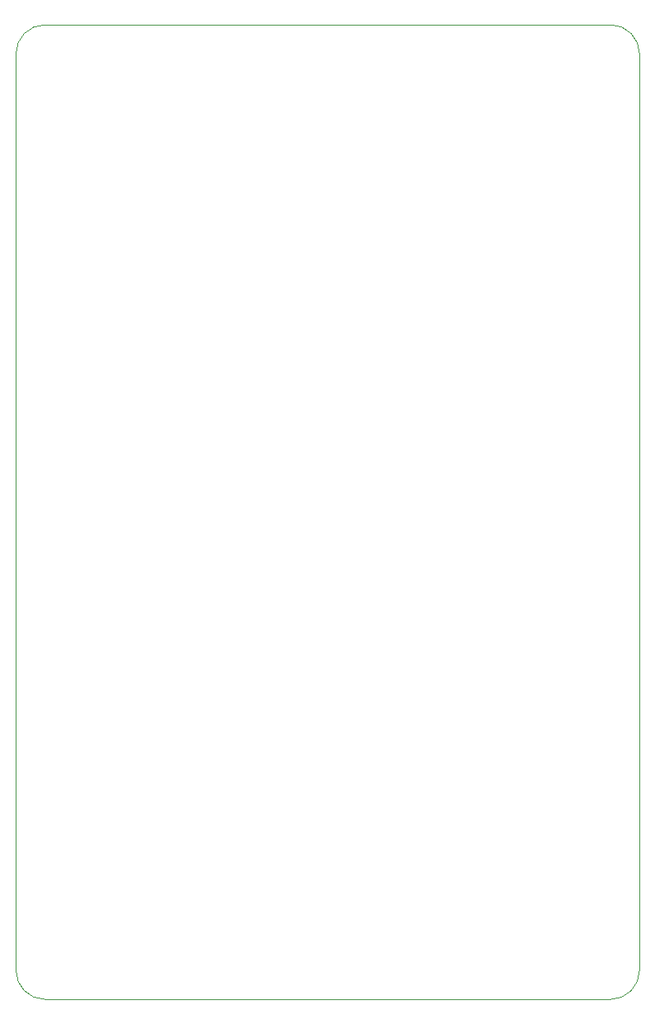
<source format=gbr>
%TF.GenerationSoftware,KiCad,Pcbnew,8.0.6*%
%TF.CreationDate,2025-02-05T19:47:27+13:00*%
%TF.ProjectId,Door Controller,446f6f72-2043-46f6-9e74-726f6c6c6572,rev?*%
%TF.SameCoordinates,Original*%
%TF.FileFunction,Profile,NP*%
%FSLAX46Y46*%
G04 Gerber Fmt 4.6, Leading zero omitted, Abs format (unit mm)*
G04 Created by KiCad (PCBNEW 8.0.6) date 2025-02-05 19:47:27*
%MOMM*%
%LPD*%
G01*
G04 APERTURE LIST*
%TA.AperFunction,Profile*%
%ADD10C,0.050000*%
%TD*%
G04 APERTURE END LIST*
D10*
X53000000Y-150000000D02*
G75*
G02*
X50000000Y-147000000I0J3000000D01*
G01*
X50000000Y-53000000D02*
G75*
G02*
X53000000Y-50000000I3000000J0D01*
G01*
X50000000Y-147000000D02*
X50000000Y-53000000D01*
X111100000Y-50000000D02*
G75*
G02*
X114100000Y-53000000I0J-3000000D01*
G01*
X53000000Y-50000000D02*
X111100000Y-50000000D01*
X111100000Y-150000000D02*
X53000000Y-150000000D01*
X114100000Y-53000000D02*
X114100000Y-147000000D01*
X114100000Y-147000000D02*
G75*
G02*
X111100000Y-150000000I-3000000J0D01*
G01*
M02*

</source>
